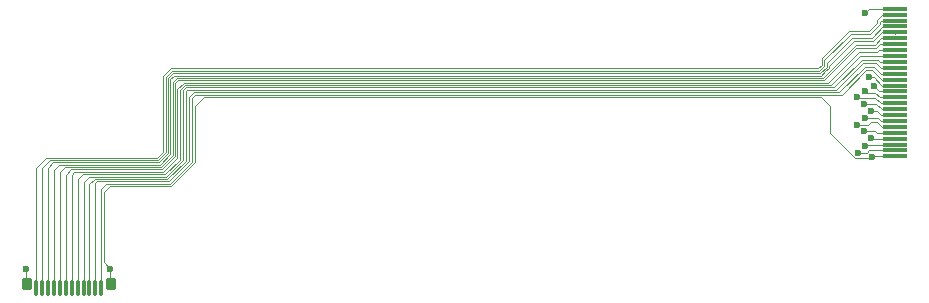
<source format=gtl>
G04 #@! TF.GenerationSoftware,KiCad,Pcbnew,9.0.1*
G04 #@! TF.CreationDate,2025-05-16T11:50:46+02:00*
G04 #@! TF.ProjectId,long flex with bend,6c6f6e67-2066-46c6-9578-207769746820,rev?*
G04 #@! TF.SameCoordinates,Original*
G04 #@! TF.FileFunction,Copper,L1,Top*
G04 #@! TF.FilePolarity,Positive*
%FSLAX46Y46*%
G04 Gerber Fmt 4.6, Leading zero omitted, Abs format (unit mm)*
G04 Created by KiCad (PCBNEW 9.0.1) date 2025-05-16 11:50:46*
%MOMM*%
%LPD*%
G01*
G04 APERTURE LIST*
G04 Aperture macros list*
%AMRoundRect*
0 Rectangle with rounded corners*
0 $1 Rounding radius*
0 $2 $3 $4 $5 $6 $7 $8 $9 X,Y pos of 4 corners*
0 Add a 4 corners polygon primitive as box body*
4,1,4,$2,$3,$4,$5,$6,$7,$8,$9,$2,$3,0*
0 Add four circle primitives for the rounded corners*
1,1,$1+$1,$2,$3*
1,1,$1+$1,$4,$5*
1,1,$1+$1,$6,$7*
1,1,$1+$1,$8,$9*
0 Add four rect primitives between the rounded corners*
20,1,$1+$1,$2,$3,$4,$5,0*
20,1,$1+$1,$4,$5,$6,$7,0*
20,1,$1+$1,$6,$7,$8,$9,0*
20,1,$1+$1,$8,$9,$2,$3,0*%
G04 Aperture macros list end*
G04 #@! TA.AperFunction,SMDPad,CuDef*
%ADD10RoundRect,0.050000X-0.115000X-0.625000X0.115000X-0.625000X0.115000X0.625000X-0.115000X0.625000X0*%
G04 #@! TD*
G04 #@! TA.AperFunction,SMDPad,CuDef*
%ADD11RoundRect,0.120000X0.280000X0.415000X-0.280000X0.415000X-0.280000X-0.415000X0.280000X-0.415000X0*%
G04 #@! TD*
G04 #@! TA.AperFunction,SMDPad,CuDef*
%ADD12RoundRect,0.120000X-0.280000X-0.415000X0.280000X-0.415000X0.280000X0.415000X-0.280000X0.415000X0*%
G04 #@! TD*
G04 #@! TA.AperFunction,ConnectorPad*
%ADD13R,2.000000X0.300000*%
G04 #@! TD*
G04 #@! TA.AperFunction,ViaPad*
%ADD14C,0.600000*%
G04 #@! TD*
G04 #@! TA.AperFunction,Conductor*
%ADD15C,0.100000*%
G04 #@! TD*
G04 APERTURE END LIST*
D10*
X132560000Y-95225000D03*
X133060000Y-95225000D03*
X133560000Y-95225000D03*
X134060000Y-95225000D03*
X134560000Y-95225000D03*
X135060000Y-95225000D03*
X135560000Y-95225000D03*
X136060000Y-95225000D03*
X136560000Y-95225000D03*
X137060000Y-95225000D03*
X137560000Y-95225000D03*
X138060000Y-95225000D03*
D11*
X131760000Y-94915000D03*
D12*
X138860000Y-94915000D03*
D13*
X205250000Y-71600000D03*
X205250000Y-72100000D03*
X205250000Y-72600000D03*
X205250000Y-73100000D03*
X205250000Y-73600000D03*
X205250000Y-74100000D03*
X205250000Y-74600000D03*
X205250000Y-75100000D03*
X205250000Y-75600000D03*
X205250000Y-76100000D03*
X205250000Y-76600000D03*
X205250000Y-77100000D03*
X205250000Y-77600000D03*
X205250000Y-78100000D03*
X205250000Y-78600000D03*
X205250000Y-79100000D03*
X205250000Y-79600000D03*
X205250000Y-80100000D03*
X205250000Y-80600000D03*
X205250000Y-81100000D03*
X205250000Y-81600000D03*
X205250000Y-82100000D03*
X205250000Y-82600000D03*
X205250000Y-83100000D03*
X205250000Y-83600000D03*
X205250000Y-84100000D03*
D14*
X202092933Y-83803550D03*
X203250000Y-82550000D03*
X202721591Y-78578409D03*
X202692955Y-80852210D03*
X202650000Y-79650000D03*
X203472809Y-78153983D03*
X202643913Y-81976786D03*
X202718035Y-83200000D03*
X203198603Y-80232271D03*
X202042395Y-79035423D03*
X202750000Y-71950000D03*
X138825000Y-93600000D03*
X203288068Y-84187018D03*
X131675000Y-93600000D03*
X202061091Y-81438909D03*
X203037000Y-77350000D03*
D15*
X204122322Y-77600000D02*
X205250000Y-77600000D01*
X203321322Y-76799000D02*
X204122322Y-77600000D01*
X202808768Y-76799000D02*
X203321322Y-76799000D01*
X146023256Y-78861000D02*
X200746768Y-78861000D01*
X145701000Y-79183256D02*
X146023256Y-78861000D01*
X145701000Y-84583256D02*
X145701000Y-79183256D01*
X138060000Y-86852000D02*
X138500000Y-86412000D01*
X138500000Y-86412000D02*
X143872256Y-86412000D01*
X138060000Y-95225000D02*
X138060000Y-86852000D01*
X143872256Y-86412000D02*
X145701000Y-84583256D01*
X200746768Y-78861000D02*
X202808768Y-76799000D01*
X204048000Y-77100000D02*
X205250000Y-77100000D01*
X203446000Y-76498000D02*
X204048000Y-77100000D01*
X202684090Y-76498000D02*
X203446000Y-76498000D01*
X200522090Y-78660000D02*
X202684090Y-76498000D01*
X145940000Y-78660000D02*
X200522090Y-78660000D01*
X145500000Y-84500000D02*
X145500000Y-79100000D01*
X137689000Y-86211000D02*
X143789000Y-86211000D01*
X143789000Y-86211000D02*
X145500000Y-84500000D01*
X137560000Y-86340000D02*
X137689000Y-86211000D01*
X137560000Y-95225000D02*
X137560000Y-86340000D01*
X145500000Y-79100000D02*
X145940000Y-78660000D01*
X204098000Y-76600000D02*
X205250000Y-76600000D01*
X202559412Y-76197000D02*
X203695000Y-76197000D01*
X200297412Y-78459000D02*
X202559412Y-76197000D01*
X145325256Y-78459000D02*
X200297412Y-78459000D01*
X145201000Y-84467512D02*
X145201000Y-78583256D01*
X137500000Y-86010000D02*
X143658512Y-86010000D01*
X143658512Y-86010000D02*
X145201000Y-84467512D01*
X203695000Y-76197000D02*
X204098000Y-76600000D01*
X137060000Y-86450000D02*
X137500000Y-86010000D01*
X145201000Y-78583256D02*
X145325256Y-78459000D01*
X137060000Y-95225000D02*
X137060000Y-86450000D01*
X204023678Y-76100000D02*
X205250000Y-76100000D01*
X203819678Y-75896000D02*
X204023678Y-76100000D01*
X202434734Y-75896000D02*
X203819678Y-75896000D01*
X145242000Y-78258000D02*
X200072734Y-78258000D01*
X145000000Y-78500000D02*
X145242000Y-78258000D01*
X200072734Y-78258000D02*
X202434734Y-75896000D01*
X145000000Y-84384256D02*
X145000000Y-78500000D01*
X143575256Y-85809000D02*
X145000000Y-84384256D01*
X136560000Y-95225000D02*
X136560000Y-86240000D01*
X136560000Y-86240000D02*
X136991000Y-85809000D01*
X136991000Y-85809000D02*
X143575256Y-85809000D01*
X205245000Y-75595000D02*
X205250000Y-75600000D01*
X202305000Y-75595000D02*
X205245000Y-75595000D01*
X143492000Y-85608000D02*
X144706003Y-84393997D01*
X145127256Y-78057000D02*
X199843000Y-78057000D01*
X136492000Y-85608000D02*
X143492000Y-85608000D01*
X144706003Y-84393997D02*
X144706002Y-78478254D01*
X136060000Y-86040000D02*
X136492000Y-85608000D01*
X144706002Y-78478254D02*
X145127256Y-78057000D01*
X136060000Y-95225000D02*
X136060000Y-86040000D01*
X199843000Y-78057000D02*
X202305000Y-75595000D01*
X203944000Y-75100000D02*
X205250000Y-75100000D01*
X203750000Y-75294000D02*
X203944000Y-75100000D01*
X202180322Y-75294000D02*
X203750000Y-75294000D01*
X199618322Y-77856000D02*
X202180322Y-75294000D01*
X144505003Y-84194997D02*
X144505002Y-78394998D01*
X143293000Y-85407000D02*
X144505003Y-84194997D01*
X135793000Y-85407000D02*
X143293000Y-85407000D01*
X145044000Y-77856000D02*
X199618322Y-77856000D01*
X135560000Y-85640000D02*
X135793000Y-85407000D01*
X135560000Y-95225000D02*
X135560000Y-85640000D01*
X144505002Y-78394998D02*
X145044000Y-77856000D01*
X204018322Y-74600000D02*
X205250000Y-74600000D01*
X203668322Y-74950000D02*
X204018322Y-74600000D01*
X201957223Y-74950000D02*
X203668322Y-74950000D01*
X199252223Y-77655000D02*
X200639578Y-76267644D01*
X144529256Y-77655000D02*
X199252223Y-77655000D01*
X144304001Y-77880255D02*
X144529256Y-77655000D01*
X135494000Y-85206000D02*
X143178774Y-85206000D01*
X144304003Y-84080770D02*
X144304001Y-77880255D01*
X135060000Y-85640000D02*
X135494000Y-85206000D01*
X200639578Y-76267644D02*
X201957223Y-74950000D01*
X143178774Y-85206000D02*
X144304003Y-84080770D01*
X135060000Y-95225000D02*
X135060000Y-85640000D01*
X204092644Y-74100000D02*
X205250000Y-74100000D01*
X203543644Y-74649000D02*
X204092644Y-74100000D01*
X201973966Y-74649000D02*
X203543644Y-74649000D01*
X144103002Y-83997514D02*
X144103000Y-77797000D01*
X144446000Y-77454000D02*
X199168966Y-77454000D01*
X143095517Y-85005000D02*
X144103002Y-83997514D01*
X135000000Y-85005000D02*
X143095517Y-85005000D01*
X134560000Y-85445000D02*
X135000000Y-85005000D01*
X144103000Y-77797000D02*
X144446000Y-77454000D01*
X199168966Y-77454000D02*
X201973966Y-74649000D01*
X134560000Y-95225000D02*
X134560000Y-85445000D01*
X204166966Y-73600000D02*
X205250000Y-73600000D01*
X203418966Y-74348000D02*
X204166966Y-73600000D01*
X201752000Y-74348000D02*
X203418966Y-74348000D01*
X199679000Y-76421000D02*
X201752000Y-74348000D01*
X199679000Y-76586579D02*
X199679000Y-76421000D01*
X199357792Y-76907789D02*
X199679000Y-76586579D01*
X199357792Y-76907792D02*
X199357792Y-76907789D01*
X199012584Y-77253000D02*
X199357792Y-76907792D01*
X143902000Y-77535024D02*
X144184024Y-77253000D01*
X143902001Y-83914258D02*
X143902000Y-77535024D01*
X134516000Y-84804000D02*
X143012260Y-84804000D01*
X143012260Y-84804000D02*
X143902001Y-83914258D01*
X134060000Y-85260000D02*
X134516000Y-84804000D01*
X144184024Y-77253000D02*
X199012584Y-77253000D01*
X134060000Y-95225000D02*
X134060000Y-85260000D01*
X144017512Y-76851000D02*
X186500000Y-76851000D01*
X142845746Y-84402000D02*
X143500000Y-83747746D01*
X143500000Y-83747746D02*
X143500000Y-77368512D01*
X133698000Y-84402000D02*
X142845746Y-84402000D01*
X143500000Y-77368512D02*
X144017512Y-76851000D01*
X133060000Y-85040000D02*
X133698000Y-84402000D01*
X133060000Y-95225000D02*
X133060000Y-85040000D01*
X186500000Y-76851000D02*
X198846069Y-76851000D01*
X203220536Y-84254550D02*
X203288068Y-84187018D01*
X199800786Y-82149214D02*
X201906122Y-84254550D01*
X199800786Y-79850786D02*
X199800786Y-82149214D01*
X199012000Y-79062000D02*
X199800786Y-79850786D01*
X146000000Y-84568513D02*
X146000000Y-79800000D01*
X201906122Y-84254550D02*
X203220536Y-84254550D01*
X138787000Y-86613000D02*
X143955513Y-86613000D01*
X146000000Y-79800000D02*
X146738000Y-79062000D01*
X138261000Y-93036000D02*
X138261000Y-87139000D01*
X143955513Y-86613000D02*
X146000000Y-84568513D01*
X146738000Y-79062000D02*
X199012000Y-79062000D01*
X138825000Y-93600000D02*
X138261000Y-93036000D01*
X138261000Y-87139000D02*
X138787000Y-86613000D01*
X204241288Y-73100000D02*
X205250000Y-73100000D01*
X203294288Y-74047000D02*
X204241288Y-73100000D01*
X201627322Y-74047000D02*
X203294288Y-74047000D01*
X199478000Y-76196322D02*
X201627322Y-74047000D01*
X199478000Y-76503323D02*
X199478000Y-76196322D01*
X144100768Y-77052000D02*
X198929326Y-77052000D01*
X143701000Y-83831002D02*
X143701000Y-77451768D01*
X198929326Y-77052000D02*
X199478000Y-76503323D01*
X134000000Y-84603000D02*
X142929003Y-84603000D01*
X133560000Y-85043000D02*
X134000000Y-84603000D01*
X133560000Y-95225000D02*
X133560000Y-85043000D01*
X142929003Y-84603000D02*
X143701000Y-83831002D01*
X143701000Y-77451768D02*
X144100768Y-77052000D01*
X204172322Y-72100000D02*
X205250000Y-72100000D01*
X203698000Y-72574322D02*
X204172322Y-72100000D01*
X203698000Y-72791932D02*
X203698000Y-72574322D01*
X203044932Y-73445000D02*
X203698000Y-72791932D01*
X201377966Y-73445000D02*
X203044932Y-73445000D01*
X199076000Y-76336810D02*
X199076000Y-75746966D01*
X199076000Y-75746966D02*
X201377966Y-73445000D01*
X143252000Y-77332256D02*
X143934256Y-76650000D01*
X142762489Y-84201000D02*
X143252000Y-83711488D01*
X133399000Y-84201000D02*
X142762489Y-84201000D01*
X132560000Y-85040000D02*
X133399000Y-84201000D01*
X143252000Y-83711488D02*
X143252000Y-77332256D01*
X143934256Y-76650000D02*
X198762811Y-76650000D01*
X198762811Y-76650000D02*
X199076000Y-76336810D01*
X132560000Y-95225000D02*
X132560000Y-85040000D01*
X202092933Y-83803550D02*
X202893717Y-83803550D01*
X202893717Y-83803550D02*
X203097267Y-83600000D01*
X203097267Y-83600000D02*
X205250000Y-83600000D01*
X203300000Y-82600000D02*
X205250000Y-82600000D01*
X203250000Y-82550000D02*
X203300000Y-82600000D01*
X203169610Y-73746000D02*
X203999000Y-72916610D01*
X204098000Y-72600000D02*
X205250000Y-72600000D01*
X203999000Y-72699000D02*
X204098000Y-72600000D01*
X198846069Y-76851000D02*
X199277000Y-76420066D01*
X201502644Y-73746000D02*
X203169610Y-73746000D01*
X203999000Y-72916610D02*
X203999000Y-72699000D01*
X199277000Y-75971644D02*
X201502644Y-73746000D01*
X199277000Y-76420066D02*
X199277000Y-75971644D01*
X203598131Y-78704983D02*
X203993148Y-79100000D01*
X202848166Y-78704983D02*
X203598131Y-78704983D01*
X203993148Y-79100000D02*
X205250000Y-79100000D01*
X202721591Y-78578409D02*
X202848166Y-78704983D01*
X205151000Y-74199000D02*
X205250000Y-74100000D01*
X205151000Y-74001000D02*
X205250000Y-74100000D01*
X205151000Y-75501000D02*
X205250000Y-75600000D01*
X202692955Y-80852210D02*
X203850210Y-80852210D01*
X204098000Y-81100000D02*
X205250000Y-81100000D01*
X203850210Y-80852210D02*
X204098000Y-81100000D01*
X204141792Y-80100000D02*
X205250000Y-80100000D01*
X205151000Y-80001000D02*
X205250000Y-80100000D01*
X202650000Y-79650000D02*
X203691792Y-79650000D01*
X203691792Y-79650000D02*
X204141792Y-80100000D01*
X203472809Y-78153983D02*
X203918826Y-78600000D01*
X203918826Y-78600000D02*
X205250000Y-78600000D01*
X204401000Y-77001000D02*
X204489678Y-77089678D01*
X204489678Y-77089678D02*
X205239678Y-77089678D01*
X205239678Y-77089678D02*
X205250000Y-77100000D01*
X205250000Y-73100000D02*
X205151000Y-73001000D01*
X205151000Y-74501000D02*
X205250000Y-74600000D01*
X205151000Y-74699000D02*
X205250000Y-74600000D01*
X203576786Y-81976786D02*
X203700000Y-82100000D01*
X202643913Y-81976786D02*
X203576786Y-81976786D01*
X203700000Y-82100000D02*
X205250000Y-82100000D01*
X202818035Y-83100000D02*
X205250000Y-83100000D01*
X202718035Y-83200000D02*
X202818035Y-83100000D01*
X204117729Y-80600000D02*
X205250000Y-80600000D01*
X203198603Y-80232271D02*
X203198603Y-80301033D01*
X203750000Y-80232271D02*
X204117729Y-80600000D01*
X205151000Y-80501000D02*
X205250000Y-80600000D01*
X203198603Y-80232271D02*
X203750000Y-80232271D01*
X203596879Y-79129409D02*
X204067470Y-79600000D01*
X204067470Y-79600000D02*
X205250000Y-79600000D01*
X202136381Y-79129409D02*
X203596879Y-79129409D01*
X202042395Y-79035423D02*
X202136381Y-79129409D01*
X138707368Y-95077632D02*
X138547383Y-95092914D01*
X131912104Y-95077104D02*
X132072662Y-95092440D01*
X138825000Y-93600000D02*
X138825000Y-94960000D01*
X131675000Y-93600000D02*
X131675000Y-94840000D01*
X202750000Y-71950000D02*
X203100000Y-71600000D01*
X205245450Y-84104550D02*
X205250000Y-84100000D01*
X138825000Y-94960000D02*
X138707368Y-95077632D01*
X203100000Y-71600000D02*
X205250000Y-71600000D01*
X131675000Y-94840000D02*
X131912104Y-95077104D01*
X203375086Y-84100000D02*
X205250000Y-84100000D01*
X203288068Y-84187018D02*
X203375086Y-84100000D01*
X139000000Y-94785000D02*
X138707368Y-95077632D01*
X203250000Y-81153210D02*
X203725532Y-81153210D01*
X204172322Y-81600000D02*
X205250000Y-81600000D01*
X203725532Y-81153210D02*
X204172322Y-81600000D01*
X202964301Y-81438909D02*
X203250000Y-81153210D01*
X202061091Y-81438909D02*
X202964301Y-81438909D01*
X204196644Y-78100000D02*
X205250000Y-78100000D01*
X203446644Y-77350000D02*
X204196644Y-78100000D01*
X203037000Y-77350000D02*
X203446644Y-77350000D01*
X205151000Y-76501000D02*
X205250000Y-76600000D01*
X205151000Y-73501000D02*
X205250000Y-73600000D01*
X205250000Y-73699000D02*
X205250000Y-73600000D01*
M02*

</source>
